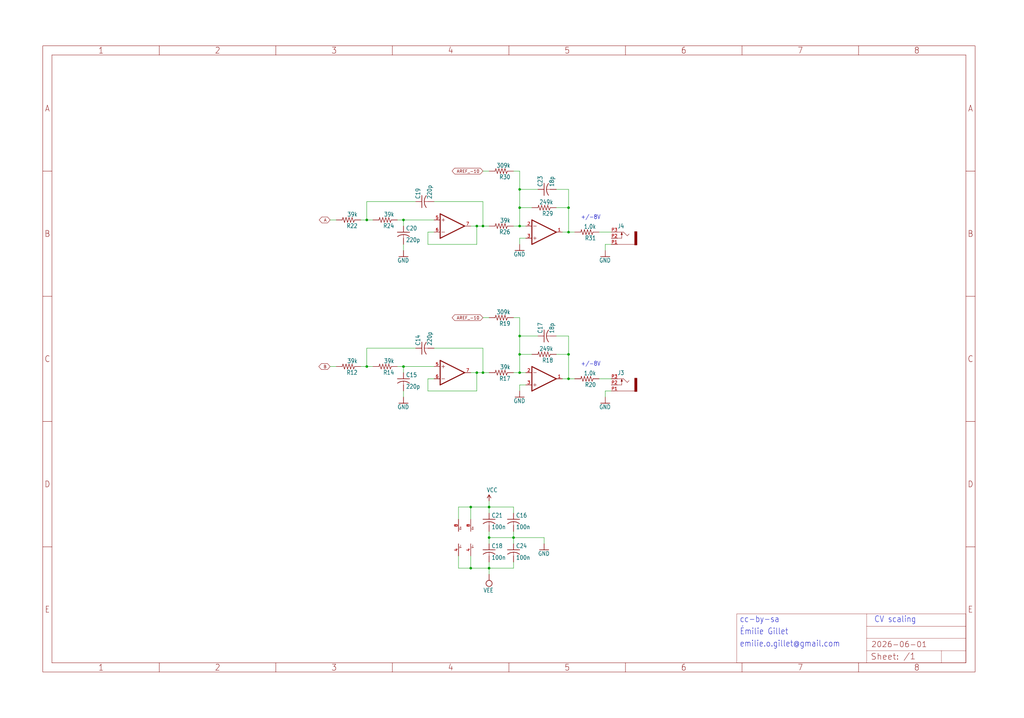
<source format=kicad_sch>
(kicad_sch (version 20230121) (generator eeschema)
  (paper "User" 425.45 298.45)
  (lib_symbols
    (symbol "peaks-eagle-import:A3L-LOC"
      (symbol "A3L-LOC_1_0"
        (polyline (pts (xy 0 52.07) (xy 3.81 52.07)))
        (polyline (pts (xy 0 104.14) (xy 3.81 104.14)))
        (polyline (pts (xy 0 156.21) (xy 3.81 156.21)))
        (polyline (pts (xy 0 208.28) (xy 3.81 208.28)))
        (polyline (pts (xy 3.81 3.81) (xy 3.81 256.54)))
        (polyline (pts (xy 48.4188 0) (xy 48.4188 3.81)))
        (polyline (pts (xy 48.4188 256.54) (xy 48.4188 260.35)))
        (polyline (pts (xy 96.8375 0) (xy 96.8375 3.81)))
        (polyline (pts (xy 96.8375 256.54) (xy 96.8375 260.35)))
        (polyline (pts (xy 145.2563 0) (xy 145.2563 3.81)))
        (polyline (pts (xy 145.2563 256.54) (xy 145.2563 260.35)))
        (polyline (pts (xy 193.675 0) (xy 193.675 3.81)))
        (polyline (pts (xy 193.675 256.54) (xy 193.675 260.35)))
        (polyline (pts (xy 242.0938 0) (xy 242.0938 3.81)))
        (polyline (pts (xy 242.0938 256.54) (xy 242.0938 260.35)))
        (polyline (pts (xy 288.29 3.81) (xy 288.29 24.13)) (stroke (width 0.1016)))
        (polyline (pts (xy 288.29 3.81) (xy 342.265 3.81)) (stroke (width 0.1016)))
        (polyline (pts (xy 288.29 24.13) (xy 342.265 24.13)) (stroke (width 0.1016)))
        (polyline (pts (xy 290.5125 0) (xy 290.5125 3.81)))
        (polyline (pts (xy 290.5125 256.54) (xy 290.5125 260.35)))
        (polyline (pts (xy 338.9313 0) (xy 338.9313 3.81)))
        (polyline (pts (xy 338.9313 256.54) (xy 338.9313 260.35)))
        (polyline (pts (xy 342.265 3.81) (xy 373.38 3.81)) (stroke (width 0.1016)))
        (polyline (pts (xy 342.265 8.89) (xy 342.265 3.81)) (stroke (width 0.1016)))
        (polyline (pts (xy 342.265 8.89) (xy 342.265 13.97)) (stroke (width 0.1016)))
        (polyline (pts (xy 342.265 13.97) (xy 342.265 19.05)) (stroke (width 0.1016)))
        (polyline (pts (xy 342.265 13.97) (xy 383.54 13.97)) (stroke (width 0.1016)))
        (polyline (pts (xy 342.265 19.05) (xy 342.265 24.13)) (stroke (width 0.1016)))
        (polyline (pts (xy 342.265 19.05) (xy 383.54 19.05)) (stroke (width 0.1016)))
        (polyline (pts (xy 342.265 24.13) (xy 383.54 24.13)) (stroke (width 0.1016)))
        (polyline (pts (xy 373.38 3.81) (xy 373.38 8.89)) (stroke (width 0.1016)))
        (polyline (pts (xy 373.38 3.81) (xy 383.54 3.81)) (stroke (width 0.1016)))
        (polyline (pts (xy 373.38 8.89) (xy 342.265 8.89)) (stroke (width 0.1016)))
        (polyline (pts (xy 373.38 8.89) (xy 383.54 8.89)) (stroke (width 0.1016)))
        (polyline (pts (xy 383.54 3.81) (xy 3.81 3.81)))
        (polyline (pts (xy 383.54 3.81) (xy 383.54 8.89)) (stroke (width 0.1016)))
        (polyline (pts (xy 383.54 3.81) (xy 383.54 256.54)))
        (polyline (pts (xy 383.54 8.89) (xy 383.54 13.97)) (stroke (width 0.1016)))
        (polyline (pts (xy 383.54 13.97) (xy 383.54 19.05)) (stroke (width 0.1016)))
        (polyline (pts (xy 383.54 19.05) (xy 383.54 24.13)) (stroke (width 0.1016)))
        (polyline (pts (xy 383.54 52.07) (xy 387.35 52.07)))
        (polyline (pts (xy 383.54 104.14) (xy 387.35 104.14)))
        (polyline (pts (xy 383.54 156.21) (xy 387.35 156.21)))
        (polyline (pts (xy 383.54 208.28) (xy 387.35 208.28)))
        (polyline (pts (xy 383.54 256.54) (xy 3.81 256.54)))
        (polyline (pts (xy 0 0) (xy 387.35 0) (xy 387.35 260.35) (xy 0 260.35) (xy 0 0)))
        (text "${#}/${##}" (at 357.505 5.08 0) (effects (font (size 2.54 2.54)) (justify left bottom)))
        (text "${CURRENT_DATE}" (at 344.17 10.16 0) (effects (font (size 2.286 2.286)) (justify left bottom)))
        (text "${PROJECTNAME}" (at 344.17 15.24 0) (effects (font (size 2.54 2.54)) (justify left bottom)))
        (text "1" (at 24.2094 1.905 0) (effects (font (size 2.54 2.286))))
        (text "1" (at 24.2094 258.445 0) (effects (font (size 2.54 2.286))))
        (text "2" (at 72.6281 1.905 0) (effects (font (size 2.54 2.286))))
        (text "2" (at 72.6281 258.445 0) (effects (font (size 2.54 2.286))))
        (text "3" (at 121.0469 1.905 0) (effects (font (size 2.54 2.286))))
        (text "3" (at 121.0469 258.445 0) (effects (font (size 2.54 2.286))))
        (text "4" (at 169.4656 1.905 0) (effects (font (size 2.54 2.286))))
        (text "4" (at 169.4656 258.445 0) (effects (font (size 2.54 2.286))))
        (text "5" (at 217.8844 1.905 0) (effects (font (size 2.54 2.286))))
        (text "5" (at 217.8844 258.445 0) (effects (font (size 2.54 2.286))))
        (text "6" (at 266.3031 1.905 0) (effects (font (size 2.54 2.286))))
        (text "6" (at 266.3031 258.445 0) (effects (font (size 2.54 2.286))))
        (text "7" (at 314.7219 1.905 0) (effects (font (size 2.54 2.286))))
        (text "7" (at 314.7219 258.445 0) (effects (font (size 2.54 2.286))))
        (text "8" (at 363.1406 1.905 0) (effects (font (size 2.54 2.286))))
        (text "8" (at 363.1406 258.445 0) (effects (font (size 2.54 2.286))))
        (text "A" (at 1.905 234.315 0) (effects (font (size 2.54 2.286))))
        (text "A" (at 385.445 234.315 0) (effects (font (size 2.54 2.286))))
        (text "B" (at 1.905 182.245 0) (effects (font (size 2.54 2.286))))
        (text "B" (at 385.445 182.245 0) (effects (font (size 2.54 2.286))))
        (text "C" (at 1.905 130.175 0) (effects (font (size 2.54 2.286))))
        (text "C" (at 385.445 130.175 0) (effects (font (size 2.54 2.286))))
        (text "D" (at 1.905 78.105 0) (effects (font (size 2.54 2.286))))
        (text "D" (at 385.445 78.105 0) (effects (font (size 2.54 2.286))))
        (text "E" (at 1.905 26.035 0) (effects (font (size 2.54 2.286))))
        (text "E" (at 385.445 26.035 0) (effects (font (size 2.54 2.286))))
        (text "Sheet:" (at 343.916 4.953 0) (effects (font (size 2.54 2.54)) (justify left bottom)))
      )
    )
    (symbol "peaks-eagle-import:C-USC0603"
      (property "Reference" "C" (at 1.016 0.635 0))
      (symbol "C-USC0603_1_0"
        (arc (start 0 -1.0161) (mid -1.302 -1.2303) (end -2.4668 -1.8504) (stroke (width 0.254)))
        (polyline (pts (xy -2.54 0) (xy 2.54 0)) (stroke (width 0.254)))
        (polyline (pts (xy 0 -1.016) (xy 0 -2.54)) (stroke (width 0.1524)))
        (arc (start 2.4892 -1.8541) (mid 1.3158 -1.2194) (end 0 -1) (stroke (width 0.254)))
        (pin passive line (at 0 2.54 270) (length 2.54) (name "1") (number "1"))
        (pin passive line (at 0 -5.08 90) (length 2.54) (name "2") (number "2"))
      )
    )
    (symbol "peaks-eagle-import:GND" (power)
      (property "Value" "GND" (at -2.54 -2.54 0))
      (symbol "GND_1_0"
        (polyline (pts (xy -1.905 0) (xy 1.905 0)) (stroke (width 0.254)))
        (pin power_in line (at 0 2.54 270) (length 2.54) (name "GND") (number "1"))
      )
    )
    (symbol "peaks-eagle-import:PJ301_THONKICONN6"
      (property "Reference" "J" (at -2.54 4.064 0))
      (symbol "PJ301_THONKICONN6_1_0"
        (polyline (pts (xy -2.54 -2.54) (xy 4.572 -2.54)) (stroke (width 0.1524)))
        (polyline (pts (xy -2.54 0) (xy -0.762 0)) (stroke (width 0.1524)))
        (polyline (pts (xy -2.54 2.54) (xy 0 2.54)) (stroke (width 0.1524)))
        (polyline (pts (xy -1.016 1.524) (xy -0.508 1.524)) (stroke (width 0.254)))
        (polyline (pts (xy -0.762 0) (xy -0.762 2.286)) (stroke (width 0.1524)))
        (polyline (pts (xy -0.762 2.286) (xy -1.016 1.524)) (stroke (width 0.254)))
        (polyline (pts (xy -0.508 1.524) (xy -0.762 2.286)) (stroke (width 0.254)))
        (polyline (pts (xy 0 2.54) (xy 1.524 1.016)) (stroke (width 0.1524)))
        (polyline (pts (xy 1.524 1.016) (xy 2.286 1.778)) (stroke (width 0.1524)))
        (rectangle (start 4.572 2.794) (end 5.588 -2.794) (fill (type outline)))
        (pin passive line (at -5.08 -2.54 0) (length 2.54) (name "1") (number "P1"))
        (pin passive line (at -5.08 0 0) (length 2.54) (name "2") (number "P2"))
        (pin passive line (at -5.08 2.54 0) (length 2.54) (name "3") (number "P3"))
      )
    )
    (symbol "peaks-eagle-import:R-US_R0603"
      (property "Reference" "R" (at -3.81 1.4986 0))
      (symbol "R-US_R0603_1_0"
        (polyline (pts (xy -2.54 0) (xy -2.159 1.016)) (stroke (width 0.2032)))
        (polyline (pts (xy -2.159 1.016) (xy -1.524 -1.016)) (stroke (width 0.2032)))
        (polyline (pts (xy -1.524 -1.016) (xy -0.889 1.016)) (stroke (width 0.2032)))
        (polyline (pts (xy -0.889 1.016) (xy -0.254 -1.016)) (stroke (width 0.2032)))
        (polyline (pts (xy -0.254 -1.016) (xy 0.381 1.016)) (stroke (width 0.2032)))
        (polyline (pts (xy 0.381 1.016) (xy 1.016 -1.016)) (stroke (width 0.2032)))
        (polyline (pts (xy 1.016 -1.016) (xy 1.651 1.016)) (stroke (width 0.2032)))
        (polyline (pts (xy 1.651 1.016) (xy 2.286 -1.016)) (stroke (width 0.2032)))
        (polyline (pts (xy 2.286 -1.016) (xy 2.54 0)) (stroke (width 0.2032)))
        (pin passive line (at -5.08 0 0) (length 2.54) (name "1") (number "1"))
        (pin passive line (at 5.08 0 180) (length 2.54) (name "2") (number "2"))
      )
    )
    (symbol "peaks-eagle-import:TL072D"
      (symbol "TL072D_1_0"
        (polyline (pts (xy -5.08 -5.08) (xy 5.08 0)) (stroke (width 0.4064)))
        (polyline (pts (xy -5.08 5.08) (xy -5.08 -5.08)) (stroke (width 0.4064)))
        (polyline (pts (xy -4.445 -2.54) (xy -3.175 -2.54)) (stroke (width 0.1524)))
        (polyline (pts (xy -4.445 2.54) (xy -3.175 2.54)) (stroke (width 0.1524)))
        (polyline (pts (xy -3.81 3.175) (xy -3.81 1.905)) (stroke (width 0.1524)))
        (polyline (pts (xy 5.08 0) (xy -5.08 5.08)) (stroke (width 0.4064)))
        (pin output line (at 7.62 0 180) (length 2.54) (name "OUT") (number "1"))
        (pin input line (at -7.62 -2.54 0) (length 2.54) (name "-IN") (number "2"))
        (pin input line (at -7.62 2.54 0) (length 2.54) (name "+IN") (number "3"))
      )
      (symbol "TL072D_2_0"
        (polyline (pts (xy -5.08 -5.08) (xy 5.08 0)) (stroke (width 0.4064)))
        (polyline (pts (xy -5.08 5.08) (xy -5.08 -5.08)) (stroke (width 0.4064)))
        (polyline (pts (xy -4.445 -2.54) (xy -3.175 -2.54)) (stroke (width 0.1524)))
        (polyline (pts (xy -4.445 2.54) (xy -3.175 2.54)) (stroke (width 0.1524)))
        (polyline (pts (xy -3.81 3.175) (xy -3.81 1.905)) (stroke (width 0.1524)))
        (polyline (pts (xy 5.08 0) (xy -5.08 5.08)) (stroke (width 0.4064)))
        (pin input line (at -7.62 2.54 0) (length 2.54) (name "+IN") (number "5"))
        (pin input line (at -7.62 -2.54 0) (length 2.54) (name "-IN") (number "6"))
        (pin output line (at 7.62 0 180) (length 2.54) (name "OUT") (number "7"))
      )
      (symbol "TL072D_3_0"
        (text "V+" (at 1.27 3.175 900) (effects (font (size 0.8128 0.6908)) (justify left bottom)))
        (text "V-" (at 1.27 -4.445 900) (effects (font (size 0.8128 0.6908)) (justify left bottom)))
        (pin power_in line (at 0 -7.62 90) (length 5.08) (name "V-") (number "4"))
        (pin power_in line (at 0 7.62 270) (length 5.08) (name "V+") (number "8"))
      )
    )
    (symbol "peaks-eagle-import:VCC" (power)
      (property "Value" "VCC" (at -1.016 3.556 0))
      (symbol "VCC_1_0"
        (polyline (pts (xy 0 2.54) (xy -0.762 1.27)) (stroke (width 0.254)))
        (polyline (pts (xy 0.762 1.27) (xy 0 2.54)) (stroke (width 0.254)))
        (pin power_in line (at 0 0 90) (length 2.54) (name "VCC") (number "1"))
      )
    )
    (symbol "peaks-eagle-import:VEE" (power)
      (property "Value" "VEE" (at -1.905 3.175 0))
      (symbol "VEE_1_0"
        (circle (center 0 1.27) (radius 1.27) (stroke (width 0.254)))
        (pin power_in line (at 0 -2.54 90) (length 2.54) (name "VEE") (number "1"))
      )
    )
  )
  (junction (at 152.4 91.44))
  (junction (at 203.2 210.82))
  (junction (at 236.22 147.32))
  (junction (at 198.12 154.94))
  (junction (at 152.4 152.4))
  (junction (at 195.58 210.82))
  (junction (at 203.2 223.52))
  (junction (at 167.64 91.44))
  (junction (at 215.9 78.74))
  (junction (at 215.9 93.98))
  (junction (at 203.2 236.22))
  (junction (at 215.9 147.32))
  (junction (at 215.9 139.7))
  (junction (at 167.64 152.4))
  (junction (at 215.9 86.36))
  (junction (at 236.22 86.36))
  (junction (at 213.36 223.52))
  (junction (at 200.66 93.98))
  (junction (at 236.22 96.52))
  (junction (at 198.12 93.98))
  (junction (at 200.66 154.94))
  (junction (at 215.9 154.94))
  (junction (at 195.58 236.22))
  (junction (at 236.22 157.48))
  (wire (pts (xy 215.9 86.36) (xy 215.9 93.98)) (stroke (width 0.1524)))
  (wire (pts (xy 236.22 139.7) (xy 236.22 147.32)) (stroke (width 0.1524)))
  (wire (pts (xy 180.34 96.52) (xy 177.8 96.52)) (stroke (width 0.1524)))
  (wire (pts (xy 231.14 147.32) (xy 236.22 147.32)) (stroke (width 0.1524)))
  (wire (pts (xy 177.8 96.52) (xy 177.8 101.6)) (stroke (width 0.1524)))
  (wire (pts (xy 152.4 91.44) (xy 152.4 83.82)) (stroke (width 0.1524)))
  (wire (pts (xy 231.14 139.7) (xy 236.22 139.7)) (stroke (width 0.1524)))
  (wire (pts (xy 213.36 71.12) (xy 215.9 71.12)) (stroke (width 0.1524)))
  (wire (pts (xy 195.58 215.9) (xy 195.58 210.82)) (stroke (width 0.1524)))
  (wire (pts (xy 200.66 93.98) (xy 203.2 93.98)) (stroke (width 0.1524)))
  (wire (pts (xy 254 101.6) (xy 251.46 101.6)) (stroke (width 0.1524)))
  (wire (pts (xy 213.36 220.98) (xy 213.36 223.52)) (stroke (width 0.1524)))
  (wire (pts (xy 200.66 154.94) (xy 198.12 154.94)) (stroke (width 0.1524)))
  (wire (pts (xy 200.66 144.78) (xy 200.66 154.94)) (stroke (width 0.1524)))
  (wire (pts (xy 167.64 154.94) (xy 167.64 152.4)) (stroke (width 0.1524)))
  (wire (pts (xy 215.9 99.06) (xy 215.9 101.6)) (stroke (width 0.1524)))
  (wire (pts (xy 165.1 152.4) (xy 167.64 152.4)) (stroke (width 0.1524)))
  (wire (pts (xy 195.58 231.14) (xy 195.58 236.22)) (stroke (width 0.1524)))
  (wire (pts (xy 203.2 220.98) (xy 203.2 223.52)) (stroke (width 0.1524)))
  (wire (pts (xy 215.9 154.94) (xy 218.44 154.94)) (stroke (width 0.1524)))
  (wire (pts (xy 195.58 210.82) (xy 203.2 210.82)) (stroke (width 0.1524)))
  (wire (pts (xy 218.44 160.02) (xy 215.9 160.02)) (stroke (width 0.1524)))
  (wire (pts (xy 200.66 93.98) (xy 198.12 93.98)) (stroke (width 0.1524)))
  (wire (pts (xy 139.7 91.44) (xy 137.16 91.44)) (stroke (width 0.1524)))
  (wire (pts (xy 233.68 96.52) (xy 236.22 96.52)) (stroke (width 0.1524)))
  (wire (pts (xy 203.2 236.22) (xy 203.2 238.76)) (stroke (width 0.1524)))
  (wire (pts (xy 149.86 91.44) (xy 152.4 91.44)) (stroke (width 0.1524)))
  (wire (pts (xy 213.36 223.52) (xy 226.06 223.52)) (stroke (width 0.1524)))
  (wire (pts (xy 177.8 101.6) (xy 198.12 101.6)) (stroke (width 0.1524)))
  (wire (pts (xy 152.4 91.44) (xy 154.94 91.44)) (stroke (width 0.1524)))
  (wire (pts (xy 152.4 144.78) (xy 172.72 144.78)) (stroke (width 0.1524)))
  (wire (pts (xy 213.36 223.52) (xy 213.36 226.06)) (stroke (width 0.1524)))
  (wire (pts (xy 251.46 101.6) (xy 251.46 104.14)) (stroke (width 0.1524)))
  (wire (pts (xy 215.9 147.32) (xy 215.9 154.94)) (stroke (width 0.1524)))
  (wire (pts (xy 200.66 71.12) (xy 203.2 71.12)) (stroke (width 0.1524)))
  (wire (pts (xy 177.8 157.48) (xy 177.8 162.56)) (stroke (width 0.1524)))
  (wire (pts (xy 198.12 93.98) (xy 195.58 93.98)) (stroke (width 0.1524)))
  (wire (pts (xy 223.52 78.74) (xy 215.9 78.74)) (stroke (width 0.1524)))
  (wire (pts (xy 200.66 132.08) (xy 203.2 132.08)) (stroke (width 0.1524)))
  (wire (pts (xy 215.9 93.98) (xy 218.44 93.98)) (stroke (width 0.1524)))
  (wire (pts (xy 231.14 86.36) (xy 236.22 86.36)) (stroke (width 0.1524)))
  (wire (pts (xy 220.98 86.36) (xy 215.9 86.36)) (stroke (width 0.1524)))
  (wire (pts (xy 213.36 93.98) (xy 215.9 93.98)) (stroke (width 0.1524)))
  (wire (pts (xy 215.9 139.7) (xy 215.9 147.32)) (stroke (width 0.1524)))
  (wire (pts (xy 152.4 83.82) (xy 172.72 83.82)) (stroke (width 0.1524)))
  (wire (pts (xy 254 162.56) (xy 251.46 162.56)) (stroke (width 0.1524)))
  (wire (pts (xy 152.4 152.4) (xy 152.4 144.78)) (stroke (width 0.1524)))
  (wire (pts (xy 195.58 236.22) (xy 203.2 236.22)) (stroke (width 0.1524)))
  (wire (pts (xy 236.22 96.52) (xy 238.76 96.52)) (stroke (width 0.1524)))
  (wire (pts (xy 223.52 139.7) (xy 215.9 139.7)) (stroke (width 0.1524)))
  (wire (pts (xy 203.2 223.52) (xy 213.36 223.52)) (stroke (width 0.1524)))
  (wire (pts (xy 215.9 78.74) (xy 215.9 86.36)) (stroke (width 0.1524)))
  (wire (pts (xy 180.34 144.78) (xy 200.66 144.78)) (stroke (width 0.1524)))
  (wire (pts (xy 213.36 154.94) (xy 215.9 154.94)) (stroke (width 0.1524)))
  (wire (pts (xy 190.5 236.22) (xy 195.58 236.22)) (stroke (width 0.1524)))
  (wire (pts (xy 226.06 223.52) (xy 226.06 226.06)) (stroke (width 0.1524)))
  (wire (pts (xy 215.9 132.08) (xy 215.9 139.7)) (stroke (width 0.1524)))
  (wire (pts (xy 200.66 83.82) (xy 200.66 93.98)) (stroke (width 0.1524)))
  (wire (pts (xy 167.64 93.98) (xy 167.64 91.44)) (stroke (width 0.1524)))
  (wire (pts (xy 180.34 83.82) (xy 200.66 83.82)) (stroke (width 0.1524)))
  (wire (pts (xy 190.5 236.22) (xy 190.5 231.14)) (stroke (width 0.1524)))
  (wire (pts (xy 236.22 78.74) (xy 236.22 86.36)) (stroke (width 0.1524)))
  (wire (pts (xy 231.14 78.74) (xy 236.22 78.74)) (stroke (width 0.1524)))
  (wire (pts (xy 220.98 147.32) (xy 215.9 147.32)) (stroke (width 0.1524)))
  (wire (pts (xy 152.4 152.4) (xy 154.94 152.4)) (stroke (width 0.1524)))
  (wire (pts (xy 198.12 162.56) (xy 198.12 154.94)) (stroke (width 0.1524)))
  (wire (pts (xy 198.12 154.94) (xy 195.58 154.94)) (stroke (width 0.1524)))
  (wire (pts (xy 251.46 162.56) (xy 251.46 165.1)) (stroke (width 0.1524)))
  (wire (pts (xy 203.2 210.82) (xy 203.2 208.28)) (stroke (width 0.1524)))
  (wire (pts (xy 165.1 91.44) (xy 167.64 91.44)) (stroke (width 0.1524)))
  (wire (pts (xy 233.68 157.48) (xy 236.22 157.48)) (stroke (width 0.1524)))
  (wire (pts (xy 203.2 210.82) (xy 213.36 210.82)) (stroke (width 0.1524)))
  (wire (pts (xy 198.12 101.6) (xy 198.12 93.98)) (stroke (width 0.1524)))
  (wire (pts (xy 200.66 154.94) (xy 203.2 154.94)) (stroke (width 0.1524)))
  (wire (pts (xy 213.36 236.22) (xy 213.36 233.68)) (stroke (width 0.1524)))
  (wire (pts (xy 215.9 160.02) (xy 215.9 162.56)) (stroke (width 0.1524)))
  (wire (pts (xy 213.36 210.82) (xy 213.36 213.36)) (stroke (width 0.1524)))
  (wire (pts (xy 236.22 147.32) (xy 236.22 157.48)) (stroke (width 0.1524)))
  (wire (pts (xy 167.64 91.44) (xy 180.34 91.44)) (stroke (width 0.1524)))
  (wire (pts (xy 177.8 162.56) (xy 198.12 162.56)) (stroke (width 0.1524)))
  (wire (pts (xy 203.2 213.36) (xy 203.2 210.82)) (stroke (width 0.1524)))
  (wire (pts (xy 139.7 152.4) (xy 137.16 152.4)) (stroke (width 0.1524)))
  (wire (pts (xy 236.22 157.48) (xy 238.76 157.48)) (stroke (width 0.1524)))
  (wire (pts (xy 215.9 71.12) (xy 215.9 78.74)) (stroke (width 0.1524)))
  (wire (pts (xy 167.64 162.56) (xy 167.64 165.1)) (stroke (width 0.1524)))
  (wire (pts (xy 218.44 99.06) (xy 215.9 99.06)) (stroke (width 0.1524)))
  (wire (pts (xy 180.34 157.48) (xy 177.8 157.48)) (stroke (width 0.1524)))
  (wire (pts (xy 203.2 236.22) (xy 213.36 236.22)) (stroke (width 0.1524)))
  (wire (pts (xy 167.64 152.4) (xy 180.34 152.4)) (stroke (width 0.1524)))
  (wire (pts (xy 236.22 86.36) (xy 236.22 96.52)) (stroke (width 0.1524)))
  (wire (pts (xy 254 157.48) (xy 248.92 157.48)) (stroke (width 0.1524)))
  (wire (pts (xy 190.5 210.82) (xy 190.5 215.9)) (stroke (width 0.1524)))
  (wire (pts (xy 167.64 101.6) (xy 167.64 104.14)) (stroke (width 0.1524)))
  (wire (pts (xy 195.58 210.82) (xy 190.5 210.82)) (stroke (width 0.1524)))
  (wire (pts (xy 213.36 132.08) (xy 215.9 132.08)) (stroke (width 0.1524)))
  (wire (pts (xy 203.2 223.52) (xy 203.2 226.06)) (stroke (width 0.1524)))
  (wire (pts (xy 254 96.52) (xy 248.92 96.52)) (stroke (width 0.1524)))
  (wire (pts (xy 203.2 233.68) (xy 203.2 236.22)) (stroke (width 0.1524)))
  (wire (pts (xy 149.86 152.4) (xy 152.4 152.4)) (stroke (width 0.1524)))
  (text "Émilie Gillet" (at 307.34 264.16 0) (effects (font (size 2.54 2.159)) (justify left bottom)))
  (text "cc-by-sa" (at 307.34 259.08 0) (effects (font (size 2.54 2.159)) (justify left bottom)))
  (text "+/-8V" (at 241.3 152.4 0) (effects (font (size 1.778 1.5113)) (justify left bottom)))
  (text "emilie.o.gillet@gmail.com" (at 307.34 269.24 0) (effects (font (size 2.54 2.159)) (justify left bottom)))
  (text "CV scaling" (at 363.22 259.08 0) (effects (font (size 2.54 2.159)) (justify left bottom)))
  (text "+/-8V" (at 241.3 91.44 0) (effects (font (size 1.778 1.5113)) (justify left bottom)))
  (global_label "B" (shape bidirectional) (at 137.16 152.4 180) (effects (font (size 1.2446 1.2446))) (property "Intersheetrefs" "${INTERSHEET_REFS}" (effects hide)))
  (global_label "A" (shape bidirectional) (at 137.16 91.44 180) (effects (font (size 1.2446 1.2446))) (property "Intersheetrefs" "${INTERSHEET_REFS}" (effects hide)))
  (global_label "AREF_-10" (shape bidirectional) (at 200.66 132.08 180) (effects (font (size 1.2446 1.2446))) (property "Intersheetrefs" "${INTERSHEET_REFS}" (effects hide)))
  (global_label "AREF_-10" (shape bidirectional) (at 200.66 71.12 180) (effects (font (size 1.2446 1.2446))) (property "Intersheetrefs" "${INTERSHEET_REFS}" (effects hide)))
  (symbol (lib_id "peaks-eagle-import:R-US_R0603") (at 208.28 93.98 180) (unit 1)
    (property "Reference" "R26" (at 212.09 95.4786 0) (effects (font (size 1.778 1.5113)) (justify left bottom)))
    (property "Value" "39k" (at 212.09 90.678 0) (effects (font (size 1.778 1.5113)) (justify left bottom)))
    (property "Footprint" "peaks:R0603" (effects hide))
  )
  (symbol (lib_id "peaks-eagle-import:PJ301_THONKICONN6") (at 259.08 160.02 0) (unit 1)
    (property "Reference" "J3" (at 256.54 155.956 0) (effects (font (size 1.778 1.5113)) (justify left bottom)))
    (property "Value" "PJ301_THONKICONN6" (effects hide))
    (property "Footprint" "peaks:WQP_PJ_301M6" (effects hide))
  )
  (symbol (lib_id "peaks-eagle-import:TL072D") (at 187.96 154.94 0) (unit 2)
    (property "Reference" "IC4" (effects hide))
    (property "Value" "TL072D" (effects hide))
    (property "Footprint" "peaks:SO08" (effects hide))
  )
  (symbol (lib_id "peaks-eagle-import:C-USC0603") (at 203.2 228.6 0) (unit 1)
    (property "Reference" "C18" (at 204.216 227.965 0) (effects (font (size 1.778 1.5113)) (justify left bottom)))
    (property "Value" "100n" (at 204.216 232.791 0) (effects (font (size 1.778 1.5113)) (justify left bottom)))
    (property "Footprint" "peaks:C0603" (effects hide))
  )
  (symbol (lib_id "peaks-eagle-import:TL072D") (at 187.96 93.98 0) (unit 2)
    (property "Reference" "IC5" (effects hide))
    (property "Value" "TL072D" (effects hide))
    (property "Footprint" "peaks:SO08" (effects hide))
  )
  (symbol (lib_id "peaks-eagle-import:GND") (at 251.46 106.68 0) (unit 1)
    (property "Reference" "#GND016" (effects hide))
    (property "Value" "GND" (at 248.92 109.22 0) (effects (font (size 1.778 1.5113)) (justify left bottom)))
  )
  (symbol (lib_id "peaks-eagle-import:GND") (at 251.46 167.64 0) (unit 1)
    (property "Reference" "#GND014" (effects hide))
    (property "Value" "GND" (at 248.92 170.18 0) (effects (font (size 1.778 1.5113)) (justify left bottom)))
  )
  (symbol (lib_id "peaks-eagle-import:TL072D") (at 226.06 96.52 0) (mirror x) (unit 1)
    (property "Reference" "IC5" (effects hide))
    (property "Value" "TL072D" (effects hide))
    (property "Footprint" "peaks:SO08" (effects hide))
  )
  (symbol (lib_id "peaks-eagle-import:R-US_R0603") (at 226.06 86.36 180) (unit 1)
    (property "Reference" "R29" (at 229.87 87.8586 0) (effects (font (size 1.778 1.5113)) (justify left bottom)))
    (property "Value" "249k" (at 229.87 83.058 0) (effects (font (size 1.778 1.5113)) (justify left bottom)))
    (property "Footprint" "peaks:R0603" (effects hide))
  )
  (symbol (lib_id "peaks-eagle-import:R-US_R0603") (at 144.78 152.4 180) (unit 1)
    (property "Reference" "R12" (at 148.59 153.8986 0) (effects (font (size 1.778 1.5113)) (justify left bottom)))
    (property "Value" "39k" (at 148.59 149.098 0) (effects (font (size 1.778 1.5113)) (justify left bottom)))
    (property "Footprint" "peaks:R0603" (effects hide))
  )
  (symbol (lib_id "peaks-eagle-import:R-US_R0603") (at 226.06 147.32 180) (unit 1)
    (property "Reference" "R18" (at 229.87 148.8186 0) (effects (font (size 1.778 1.5113)) (justify left bottom)))
    (property "Value" "249k" (at 229.87 144.018 0) (effects (font (size 1.778 1.5113)) (justify left bottom)))
    (property "Footprint" "peaks:R0603" (effects hide))
  )
  (symbol (lib_id "peaks-eagle-import:C-USC0603") (at 213.36 228.6 0) (unit 1)
    (property "Reference" "C24" (at 214.376 227.965 0) (effects (font (size 1.778 1.5113)) (justify left bottom)))
    (property "Value" "100n" (at 214.376 232.791 0) (effects (font (size 1.778 1.5113)) (justify left bottom)))
    (property "Footprint" "peaks:C0603" (effects hide))
  )
  (symbol (lib_id "peaks-eagle-import:R-US_R0603") (at 243.84 157.48 180) (unit 1)
    (property "Reference" "R20" (at 247.65 158.9786 0) (effects (font (size 1.778 1.5113)) (justify left bottom)))
    (property "Value" "1.0k" (at 247.65 154.178 0) (effects (font (size 1.778 1.5113)) (justify left bottom)))
    (property "Footprint" "peaks:R0603" (effects hide))
  )
  (symbol (lib_id "peaks-eagle-import:C-USC0603") (at 226.06 139.7 90) (unit 1)
    (property "Reference" "C17" (at 225.425 138.684 0) (effects (font (size 1.778 1.5113)) (justify left bottom)))
    (property "Value" "18p" (at 230.251 138.684 0) (effects (font (size 1.778 1.5113)) (justify left bottom)))
    (property "Footprint" "peaks:C0603" (effects hide))
  )
  (symbol (lib_id "peaks-eagle-import:VCC") (at 203.2 208.28 0) (unit 1)
    (property "Reference" "#P+06" (effects hide))
    (property "Value" "VCC" (at 202.184 204.724 0) (effects (font (size 1.778 1.5113)) (justify left bottom)))
  )
  (symbol (lib_id "peaks-eagle-import:C-USC0603") (at 167.64 157.48 0) (unit 1)
    (property "Reference" "C15" (at 168.656 156.845 0) (effects (font (size 1.778 1.5113)) (justify left bottom)))
    (property "Value" "220p" (at 168.656 161.671 0) (effects (font (size 1.778 1.5113)) (justify left bottom)))
    (property "Footprint" "peaks:C0603" (effects hide))
  )
  (symbol (lib_id "peaks-eagle-import:C-USC0603") (at 203.2 215.9 0) (unit 1)
    (property "Reference" "C21" (at 204.216 215.265 0) (effects (font (size 1.778 1.5113)) (justify left bottom)))
    (property "Value" "100n" (at 204.216 220.091 0) (effects (font (size 1.778 1.5113)) (justify left bottom)))
    (property "Footprint" "peaks:C0603" (effects hide))
  )
  (symbol (lib_id "peaks-eagle-import:PJ301_THONKICONN6") (at 259.08 99.06 0) (unit 1)
    (property "Reference" "J4" (at 256.54 94.996 0) (effects (font (size 1.778 1.5113)) (justify left bottom)))
    (property "Value" "PJ301_THONKICONN6" (effects hide))
    (property "Footprint" "peaks:WQP_PJ_301M6" (effects hide))
  )
  (symbol (lib_id "peaks-eagle-import:R-US_R0603") (at 208.28 71.12 180) (unit 1)
    (property "Reference" "R30" (at 212.09 72.6186 0) (effects (font (size 1.778 1.5113)) (justify left bottom)))
    (property "Value" "309k" (at 212.09 67.818 0) (effects (font (size 1.778 1.5113)) (justify left bottom)))
    (property "Footprint" "peaks:R0603" (effects hide))
  )
  (symbol (lib_id "peaks-eagle-import:GND") (at 167.64 167.64 0) (unit 1)
    (property "Reference" "#GND038" (effects hide))
    (property "Value" "GND" (at 165.1 170.18 0) (effects (font (size 1.778 1.5113)) (justify left bottom)))
  )
  (symbol (lib_id "peaks-eagle-import:R-US_R0603") (at 208.28 132.08 180) (unit 1)
    (property "Reference" "R19" (at 212.09 133.5786 0) (effects (font (size 1.778 1.5113)) (justify left bottom)))
    (property "Value" "309k" (at 212.09 128.778 0) (effects (font (size 1.778 1.5113)) (justify left bottom)))
    (property "Footprint" "peaks:R0603" (effects hide))
  )
  (symbol (lib_id "peaks-eagle-import:R-US_R0603") (at 208.28 154.94 180) (unit 1)
    (property "Reference" "R17" (at 212.09 156.4386 0) (effects (font (size 1.778 1.5113)) (justify left bottom)))
    (property "Value" "39k" (at 212.09 151.638 0) (effects (font (size 1.778 1.5113)) (justify left bottom)))
    (property "Footprint" "peaks:R0603" (effects hide))
  )
  (symbol (lib_id "peaks-eagle-import:C-USC0603") (at 167.64 96.52 0) (unit 1)
    (property "Reference" "C20" (at 168.656 95.885 0) (effects (font (size 1.778 1.5113)) (justify left bottom)))
    (property "Value" "220p" (at 168.656 100.711 0) (effects (font (size 1.778 1.5113)) (justify left bottom)))
    (property "Footprint" "peaks:C0603" (effects hide))
  )
  (symbol (lib_id "peaks-eagle-import:GND") (at 226.06 228.6 0) (unit 1)
    (property "Reference" "#GND044" (effects hide))
    (property "Value" "GND" (at 223.52 231.14 0) (effects (font (size 1.778 1.5113)) (justify left bottom)))
  )
  (symbol (lib_id "peaks-eagle-import:A3L-LOC") (at 17.78 279.4 0) (unit 1)
    (property "Reference" "#FRAME3" (effects hide))
    (property "Value" "A3L-LOC" (effects hide))
  )
  (symbol (lib_id "peaks-eagle-import:TL072D") (at 195.58 223.52 0) (unit 3)
    (property "Reference" "IC4" (effects hide))
    (property "Value" "TL072D" (effects hide))
    (property "Footprint" "peaks:SO08" (effects hide))
  )
  (symbol (lib_id "peaks-eagle-import:TL072D") (at 190.5 223.52 0) (unit 3)
    (property "Reference" "IC5" (effects hide))
    (property "Value" "TL072D" (effects hide))
    (property "Footprint" "peaks:SO08" (effects hide))
  )
  (symbol (lib_id "peaks-eagle-import:R-US_R0603") (at 243.84 96.52 180) (unit 1)
    (property "Reference" "R31" (at 247.65 98.0186 0) (effects (font (size 1.778 1.5113)) (justify left bottom)))
    (property "Value" "1.0k" (at 247.65 93.218 0) (effects (font (size 1.778 1.5113)) (justify left bottom)))
    (property "Footprint" "peaks:R0603" (effects hide))
  )
  (symbol (lib_id "peaks-eagle-import:C-USC0603") (at 175.26 144.78 90) (unit 1)
    (property "Reference" "C14" (at 174.625 143.764 0) (effects (font (size 1.778 1.5113)) (justify left bottom)))
    (property "Value" "220p" (at 179.451 143.764 0) (effects (font (size 1.778 1.5113)) (justify left bottom)))
    (property "Footprint" "peaks:C0603" (effects hide))
  )
  (symbol (lib_id "peaks-eagle-import:GND") (at 215.9 104.14 0) (unit 1)
    (property "Reference" "#GND017" (effects hide))
    (property "Value" "GND" (at 213.36 106.68 0) (effects (font (size 1.778 1.5113)) (justify left bottom)))
  )
  (symbol (lib_id "peaks-eagle-import:GND") (at 167.64 106.68 0) (unit 1)
    (property "Reference" "#GND015" (effects hide))
    (property "Value" "GND" (at 165.1 109.22 0) (effects (font (size 1.778 1.5113)) (justify left bottom)))
  )
  (symbol (lib_id "peaks-eagle-import:R-US_R0603") (at 144.78 91.44 180) (unit 1)
    (property "Reference" "R22" (at 148.59 92.9386 0) (effects (font (size 1.778 1.5113)) (justify left bottom)))
    (property "Value" "39k" (at 148.59 88.138 0) (effects (font (size 1.778 1.5113)) (justify left bottom)))
    (property "Footprint" "peaks:R0603" (effects hide))
  )
  (symbol (lib_id "peaks-eagle-import:C-USC0603") (at 226.06 78.74 90) (unit 1)
    (property "Reference" "C23" (at 225.425 77.724 0) (effects (font (size 1.778 1.5113)) (justify left bottom)))
    (property "Value" "18p" (at 230.251 77.724 0) (effects (font (size 1.778 1.5113)) (justify left bottom)))
    (property "Footprint" "peaks:C0603" (effects hide))
  )
  (symbol (lib_id "peaks-eagle-import:C-USC0603") (at 175.26 83.82 90) (unit 1)
    (property "Reference" "C19" (at 174.625 82.804 0) (effects (font (size 1.778 1.5113)) (justify left bottom)))
    (property "Value" "220p" (at 179.451 82.804 0) (effects (font (size 1.778 1.5113)) (justify left bottom)))
    (property "Footprint" "peaks:C0603" (effects hide))
  )
  (symbol (lib_id "peaks-eagle-import:TL072D") (at 226.06 157.48 0) (mirror x) (unit 1)
    (property "Reference" "IC4" (effects hide))
    (property "Value" "TL072D" (effects hide))
    (property "Footprint" "peaks:SO08" (effects hide))
  )
  (symbol (lib_id "peaks-eagle-import:R-US_R0603") (at 160.02 152.4 180) (unit 1)
    (property "Reference" "R14" (at 163.83 153.8986 0) (effects (font (size 1.778 1.5113)) (justify left bottom)))
    (property "Value" "39k" (at 163.83 149.098 0) (effects (font (size 1.778 1.5113)) (justify left bottom)))
    (property "Footprint" "peaks:R0603" (effects hide))
  )
  (symbol (lib_id "peaks-eagle-import:R-US_R0603") (at 160.02 91.44 180) (unit 1)
    (property "Reference" "R24" (at 163.83 92.9386 0) (effects (font (size 1.778 1.5113)) (justify left bottom)))
    (property "Value" "39k" (at 163.83 88.138 0) (effects (font (size 1.778 1.5113)) (justify left bottom)))
    (property "Footprint" "peaks:R0603" (effects hide))
  )
  (symbol (lib_id "peaks-eagle-import:VEE") (at 203.2 241.3 180) (unit 1)
    (property "Reference" "#SUPPLY04" (effects hide))
    (property "Value" "VEE" (at 205.105 244.475 0) (effects (font (size 1.778 1.5113)) (justify left bottom)))
  )
  (symbol (lib_id "peaks-eagle-import:GND") (at 215.9 165.1 0) (unit 1)
    (property "Reference" "#GND042" (effects hide))
    (property "Value" "GND" (at 213.36 167.64 0) (effects (font (size 1.778 1.5113)) (justify left bottom)))
  )
  (symbol (lib_id "peaks-eagle-import:C-USC0603") (at 213.36 215.9 0) (unit 1)
    (property "Reference" "C16" (at 214.376 215.265 0) (effects (font (size 1.778 1.5113)) (justify left bottom)))
    (property "Value" "100n" (at 214.376 220.091 0) (effects (font (size 1.778 1.5113)) (justify left bottom)))
    (property "Footprint" "peaks:C0603" (effects hide))
  )
)
</source>
